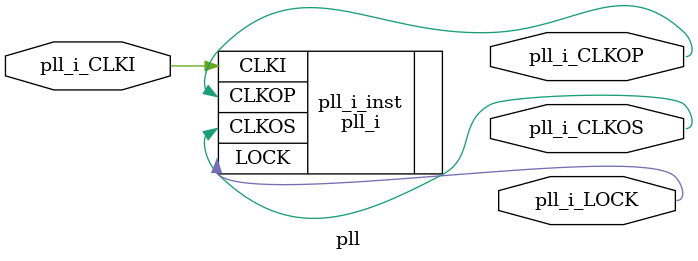
<source format=v>
/* synthesis translate_off*/
`define SBP_SIMULATION
/* synthesis translate_on*/
`ifndef SBP_SIMULATION
`define SBP_SYNTHESIS
`endif

//
// Verific Verilog Description of module pll
//
module pll (pll_i_CLKI, pll_i_CLKOP, pll_i_CLKOS, pll_i_LOCK) /* synthesis sbp_module=true */ ;
    input pll_i_CLKI;
    output pll_i_CLKOP;
    output pll_i_CLKOS;
    output pll_i_LOCK;
    
    
    pll_i pll_i_inst (.CLKI(pll_i_CLKI), .CLKOP(pll_i_CLKOP), .CLKOS(pll_i_CLKOS), 
          .LOCK(pll_i_LOCK));
    
endmodule


</source>
